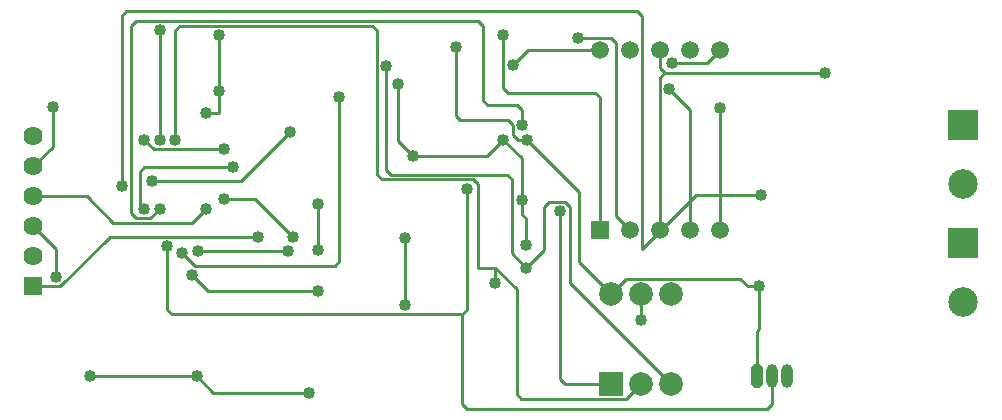
<source format=gbr>
%TF.GenerationSoftware,Novarm,DipTrace,3.0.0.2*%
%TF.CreationDate,2017-02-07T17:04:21+02:00*%
%FSLAX26Y26*%
%MOIN*%
%TF.FileFunction,Copper,L2,Bot*%
%TF.Part,Single*%
%AMOUTLINE0*
4,1,8,
-0.019685,-0.029528,
-0.009843,-0.03937,
0.009843,-0.03937,
0.019685,-0.029528,
0.019685,0.029528,
0.009843,0.03937,
-0.009843,0.03937,
-0.019685,0.029528,
-0.019685,-0.029528,
0*%
%TA.AperFunction,Conductor*%
%ADD13C,0.009*%
%TA.AperFunction,ComponentPad*%
%ADD23R,0.059055X0.059055*%
%ADD24C,0.059055*%
%ADD30R,0.06378X0.06378*%
%ADD31C,0.06378*%
%ADD32R,0.098425X0.098425*%
%ADD33C,0.098425*%
%ADD35R,0.07874X0.07874*%
%ADD36C,0.07874*%
%ADD41O,0.03937X0.07874*%
%TA.AperFunction,ViaPad*%
%ADD46C,0.04*%
%TA.AperFunction,ComponentPad*%
%ADD107OUTLINE0*%
G75*
G01*
%LPD*%
X2656500Y531500D2*
D13*
X2319528Y868472D1*
Y1122000D1*
X2303528Y1138000D1*
X2250555D1*
X2234554Y1121999D1*
Y978582D1*
X2174972Y919000D1*
X2126091Y967881D1*
Y1213000D1*
X2110091Y1229000D1*
X1723512D1*
X1707512Y1245000D1*
Y1589996D1*
X2955782Y1162366D2*
X2741264D1*
X2560028Y981130D1*
Y1757500D1*
X2544028Y1773500D1*
X841303D1*
X825303Y1757500D1*
Y1191528D1*
X1975343Y1181500D2*
Y778500D1*
X1959343Y762500D1*
Y464630D1*
X1975343Y448630D1*
X2978000D1*
X2994000Y464630D1*
Y556500D1*
X1959343Y762500D2*
X993957D1*
X977957Y778500D1*
Y990720D1*
X901185Y1343933D2*
X932685Y1312433D1*
X1166378D1*
X2160772Y1394000D2*
Y1443207D1*
X2144772Y1459207D1*
X2046683D1*
X2030681Y1475209D1*
Y1725500D1*
X2014681Y1741500D1*
X872803D1*
X856803Y1725500D1*
Y1100087D1*
X872803Y1084087D1*
X920866D1*
X952366Y1115587D1*
X719000Y555803D2*
X1076591D1*
X1131453Y500941D1*
X1451461D1*
X2944000Y556500D2*
Y708204D1*
X2950528Y714732D1*
Y856091D1*
X531500Y1056500D2*
X606390Y981610D1*
Y888000D1*
X1481500Y977469D2*
Y1131500D1*
X1058894Y894000D2*
X1112666Y840228D1*
X1481500D1*
X2177630Y1344000D2*
X2145272D1*
X2129272Y1360000D1*
Y1393496D1*
X2113272Y1409496D1*
X1954421D1*
X1938421Y1425496D1*
Y1652972D1*
X2456520Y831500D2*
X2351028Y936992D1*
Y1170602D1*
X2177630Y1344000D1*
X2950528Y856091D2*
X2912818D1*
X2886539Y882370D1*
X2507390D1*
X2456520Y831500D1*
X2619000Y1044000D2*
Y1552728D1*
X2635272Y1569000D1*
X3169606D1*
X1770508Y1016972D2*
Y794000D1*
X2619000Y1644000D2*
Y1585272D1*
X2635272Y1569000D1*
X2174972Y993803D2*
Y1079926D1*
X2158764Y1096134D1*
Y1143591D1*
X531500Y856500D2*
X619686D1*
X785406Y1022220D1*
X1281500D1*
X1795280Y1290488D2*
X1745508Y1340260D1*
Y1531500D1*
X2097772Y1344000D2*
X2044260Y1290488D1*
X1795280D1*
X2158764Y1143591D2*
Y1283008D1*
X2097772Y1344000D1*
X1151232Y1506500D2*
Y1694000D1*
X1105909Y1435240D2*
X1151232D1*
Y1506500D1*
X2556500Y743787D2*
Y831500D1*
X2658972Y1600228D2*
X2775228D1*
X2819000Y1644000D1*
X2650500Y1513752D2*
X2719000Y1445252D1*
Y1044000D1*
X2346472Y1685028D2*
X2456520D1*
X2472520Y1669028D1*
Y1090480D1*
X2519000Y1044000D1*
X2097772Y1694000D2*
Y1518424D1*
X2113772Y1502424D1*
X2402997D1*
X2419000Y1486421D1*
Y1044000D1*
X2129272Y1594000D2*
X2179272Y1644000D1*
X2419000D1*
X2819000Y1450756D2*
Y1044000D1*
X596787Y1455500D2*
Y1321787D1*
X531500Y1256500D1*
X2288028Y1106500D2*
Y547500D1*
X2304028Y531500D1*
X2456500D1*
X1551492Y1488504D2*
Y941500D1*
X1535492Y925500D1*
X1068426D1*
X1027398Y966528D1*
X926776Y1207528D2*
X1224846D1*
X1387346Y1370028D1*
X1197878Y1254528D2*
X901189D1*
X885189Y1238528D1*
Y1131583D1*
X901185Y1115587D1*
X1105909D2*
X1058409Y1068087D1*
X797885D1*
X709472Y1156500D1*
X531500D1*
X1003547Y1343933D2*
Y1709500D1*
X1019547Y1725500D1*
X1660012D1*
X1676012Y1709500D1*
Y1229000D1*
X1692012Y1213000D1*
X1996472D1*
X2012472Y1197000D1*
Y919000D1*
X2069000D1*
X2142087Y845913D1*
Y496634D1*
X2158091Y480630D1*
X2505630D1*
X2556500Y531500D1*
X2069000Y866409D2*
Y919000D1*
X952366Y1710000D2*
Y1343933D1*
X1396996Y1019969D2*
X1269878Y1147087D1*
X1166374D1*
X1080319Y972969D2*
X1381500D1*
D46*
X1707512Y1589996D3*
X2174972Y919000D3*
X825303Y1191528D3*
X2955782Y1162366D3*
X1166378Y1312433D3*
X901185Y1343933D3*
X952366Y1115587D3*
X2160772Y1394000D3*
X719000Y555803D3*
X1451461Y500941D3*
X1076591Y555803D3*
X1938421Y1652972D3*
X606390Y888000D3*
X1481500Y1131500D3*
Y977469D3*
Y840228D3*
X2950528Y856091D3*
X1058894Y894000D3*
X2177630Y1344000D3*
X3169606Y1569000D3*
X1770508Y794000D3*
Y1016972D3*
X1281500Y1022220D3*
X1745508Y1531500D3*
X2097772Y1344000D3*
X1795280Y1290488D3*
X2158764Y1143591D3*
X2174972Y993803D3*
X1151232Y1694000D3*
X1105909Y1435240D3*
X1151232Y1506500D3*
X2556500Y743787D3*
X2658972Y1600228D3*
X2650500Y1513752D3*
X2346472Y1685028D3*
X2097772Y1694000D3*
X2129272Y1594000D3*
X2819000Y1450756D3*
X596787Y1455500D3*
X2288028Y1106500D3*
X1027398Y966528D3*
X1551492Y1488504D3*
X1387346Y1370028D3*
X926776Y1207528D3*
X901185Y1115587D3*
X1197878Y1254528D3*
X1105909Y1115587D3*
X2069000Y866409D3*
X1003547Y1343933D3*
X952366D3*
Y1710000D3*
X1166374Y1147087D3*
X1396996Y1019969D3*
X1381500Y972969D3*
X1080319D3*
X1975343Y1181500D3*
X977957Y990720D3*
D23*
X2419000Y1044000D3*
D24*
X2519000D3*
X2619000D3*
X2719000D3*
X2819000D3*
Y1644000D3*
X2719000D3*
X2619000D3*
X2519000D3*
X2419000D3*
D30*
X531500Y856500D3*
D31*
Y956500D3*
Y1056500D3*
Y1156500D3*
Y1256500D3*
Y1356500D3*
D32*
X3631500Y1395388D3*
D33*
Y1198538D3*
D32*
Y1001589D3*
D33*
Y804739D3*
D35*
X2456500Y531500D3*
D36*
X2556500D3*
X2656500D3*
Y831500D3*
X2556500D3*
X2456520D3*
D107*
X2944000Y556500D3*
D41*
X2994000D3*
X3044000D3*
M02*

</source>
